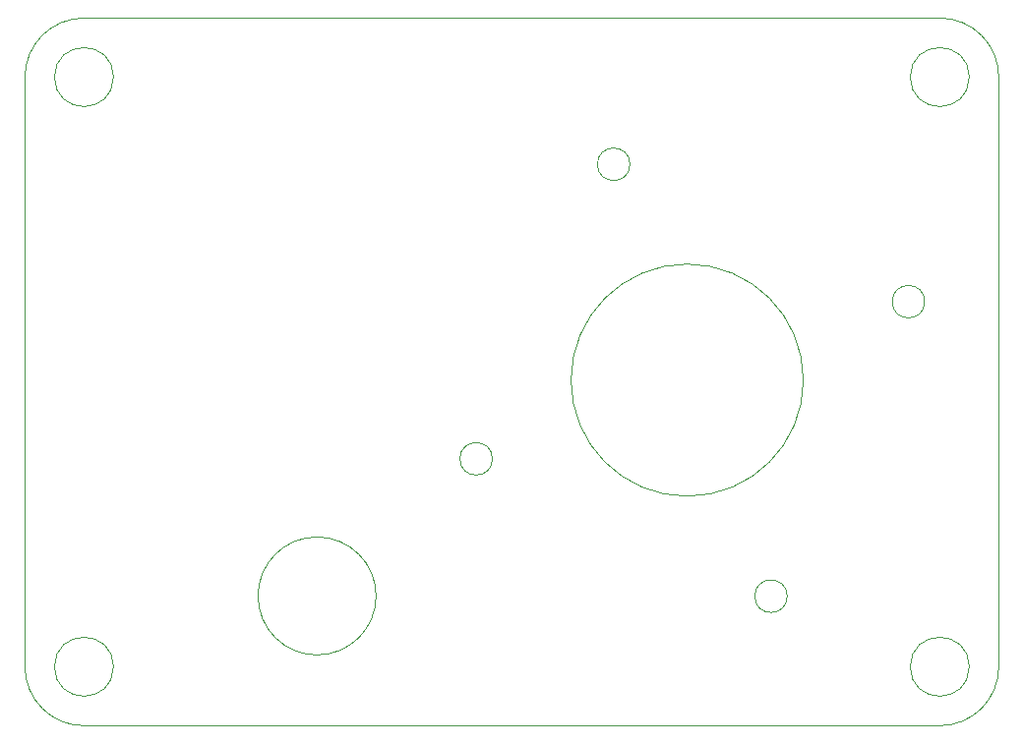
<source format=gbr>
%TF.GenerationSoftware,KiCad,Pcbnew,7.0.9*%
%TF.CreationDate,2024-01-18T23:10:00-06:00*%
%TF.ProjectId,cv_lighting_pcb,63765f6c-6967-4687-9469-6e675f706362,rev?*%
%TF.SameCoordinates,Original*%
%TF.FileFunction,Profile,NP*%
%FSLAX46Y46*%
G04 Gerber Fmt 4.6, Leading zero omitted, Abs format (unit mm)*
G04 Created by KiCad (PCBNEW 7.0.9) date 2024-01-18 23:10:00*
%MOMM*%
%LPD*%
G01*
G04 APERTURE LIST*
%TA.AperFunction,Profile*%
%ADD10C,0.100000*%
%TD*%
G04 APERTURE END LIST*
D10*
X180340000Y-106680000D02*
G75*
G03*
X180340000Y-106680000I-2540000J0D01*
G01*
X176504964Y-75228347D02*
G75*
G03*
X176504964Y-75228347I-1399998J0D01*
G01*
X99060000Y-106680000D02*
G75*
G03*
X104140000Y-111760000I5080000J0D01*
G01*
X167589201Y-81991200D02*
G75*
G03*
X167589201Y-81991200I-1J0D01*
G01*
X139295032Y-88771653D02*
G75*
G03*
X139295032Y-88771653I-1399998J0D01*
G01*
X182880000Y-55880000D02*
X182880000Y-106680000D01*
X180340000Y-55880000D02*
G75*
G03*
X180340000Y-55880000I-2540000J0D01*
G01*
X151128345Y-63395034D02*
G75*
G03*
X151128345Y-63395034I-1399998J0D01*
G01*
X106680000Y-106680000D02*
G75*
G03*
X106680000Y-106680000I-2540000J0D01*
G01*
X182880000Y-55880000D02*
G75*
G03*
X177800000Y-50800000I-5080000J0D01*
G01*
X104140000Y-50800000D02*
X177800000Y-50800000D01*
X99060000Y-106680000D02*
X99060000Y-55880000D01*
X177800000Y-111760000D02*
X104140000Y-111760000D01*
X106680000Y-55880000D02*
G75*
G03*
X106680000Y-55880000I-2540000J0D01*
G01*
X177800000Y-111760000D02*
G75*
G03*
X182880000Y-106680000I0J5080000D01*
G01*
X166061047Y-81991200D02*
G75*
G03*
X166061047Y-81991200I-10000005J0D01*
G01*
X129286001Y-100584000D02*
G75*
G03*
X129286001Y-100584000I-5083478J0D01*
G01*
X164671655Y-100604966D02*
G75*
G03*
X164671655Y-100604966I-1400002J0D01*
G01*
X104140000Y-50800000D02*
G75*
G03*
X99060000Y-55880000I0J-5080000D01*
G01*
M02*

</source>
